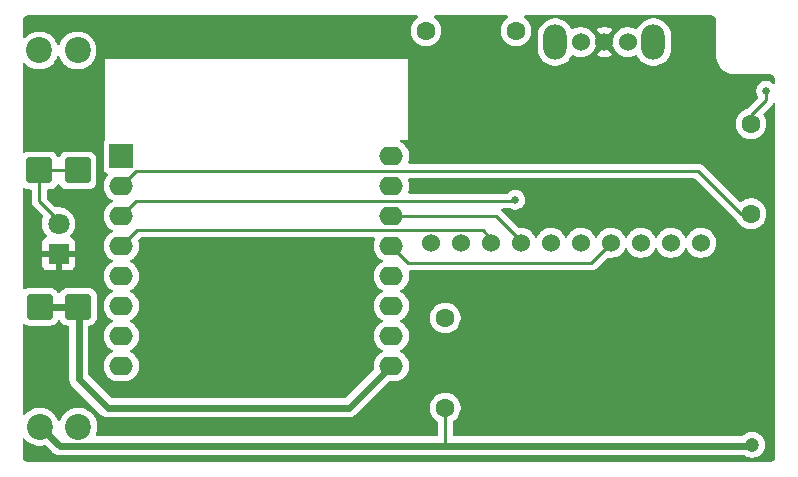
<source format=gbr>
%TF.GenerationSoftware,KiCad,Pcbnew,9.0.2*%
%TF.CreationDate,2025-06-21T17:34:21-04:00*%
%TF.ProjectId,CVISS_IMU_Tracker_Board,43564953-535f-4494-9d55-5f547261636b,rev?*%
%TF.SameCoordinates,Original*%
%TF.FileFunction,Copper,L2,Bot*%
%TF.FilePolarity,Positive*%
%FSLAX46Y46*%
G04 Gerber Fmt 4.6, Leading zero omitted, Abs format (unit mm)*
G04 Created by KiCad (PCBNEW 9.0.2) date 2025-06-21 17:34:21*
%MOMM*%
%LPD*%
G01*
G04 APERTURE LIST*
G04 Aperture macros list*
%AMRoundRect*
0 Rectangle with rounded corners*
0 $1 Rounding radius*
0 $2 $3 $4 $5 $6 $7 $8 $9 X,Y pos of 4 corners*
0 Add a 4 corners polygon primitive as box body*
4,1,4,$2,$3,$4,$5,$6,$7,$8,$9,$2,$3,0*
0 Add four circle primitives for the rounded corners*
1,1,$1+$1,$2,$3*
1,1,$1+$1,$4,$5*
1,1,$1+$1,$6,$7*
1,1,$1+$1,$8,$9*
0 Add four rect primitives between the rounded corners*
20,1,$1+$1,$2,$3,$4,$5,0*
20,1,$1+$1,$4,$5,$6,$7,0*
20,1,$1+$1,$6,$7,$8,$9,0*
20,1,$1+$1,$8,$9,$2,$3,0*%
G04 Aperture macros list end*
%TA.AperFunction,ComponentPad*%
%ADD10RoundRect,0.249999X-0.850001X0.850001X-0.850001X-0.850001X0.850001X-0.850001X0.850001X0.850001X0*%
%TD*%
%TA.AperFunction,ComponentPad*%
%ADD11C,2.200000*%
%TD*%
%TA.AperFunction,ComponentPad*%
%ADD12C,1.600000*%
%TD*%
%TA.AperFunction,ComponentPad*%
%ADD13R,2.000000X2.000000*%
%TD*%
%TA.AperFunction,ComponentPad*%
%ADD14O,2.000000X1.600000*%
%TD*%
%TA.AperFunction,ComponentPad*%
%ADD15C,1.530000*%
%TD*%
%TA.AperFunction,ComponentPad*%
%ADD16R,1.800000X1.800000*%
%TD*%
%TA.AperFunction,ComponentPad*%
%ADD17C,1.800000*%
%TD*%
%TA.AperFunction,ComponentPad*%
%ADD18RoundRect,0.249999X0.850001X-0.850001X0.850001X0.850001X-0.850001X0.850001X-0.850001X-0.850001X0*%
%TD*%
%TA.AperFunction,ComponentPad*%
%ADD19O,2.000000X3.000000*%
%TD*%
%TA.AperFunction,ViaPad*%
%ADD20C,1.200000*%
%TD*%
%TA.AperFunction,ViaPad*%
%ADD21C,0.650000*%
%TD*%
%TA.AperFunction,Conductor*%
%ADD22C,0.250000*%
%TD*%
%TA.AperFunction,Conductor*%
%ADD23C,0.600000*%
%TD*%
G04 APERTURE END LIST*
D10*
%TO.P,D3,1,K*%
%TO.N,+5V*%
X128250000Y-109320000D03*
D11*
%TO.P,D3,2,A*%
%TO.N,/OUT+*%
X128250000Y-119480000D03*
%TD*%
D12*
%TO.P,R2,1*%
%TO.N,Net-(U1-D0)*%
X165310000Y-85950000D03*
%TO.P,R2,2*%
%TO.N,Net-(D1-A)*%
X157690000Y-85950000D03*
%TD*%
D13*
%TO.P,U1,1,~{RST}*%
%TO.N,unconnected-(U1-~{RST}-Pad1)*%
X131905000Y-96570000D03*
D14*
%TO.P,U1,2,A0*%
%TO.N,Net-(U1-A0)*%
X131905000Y-99110000D03*
%TO.P,U1,3,D0*%
%TO.N,Net-(U1-D0)*%
X131905000Y-101650000D03*
%TO.P,U1,4,SCK/D5*%
%TO.N,/SCL*%
X131905000Y-104190000D03*
%TO.P,U1,5,MISO/D6*%
%TO.N,unconnected-(U1-MISO{slash}D6-Pad5)*%
X131905000Y-106730000D03*
%TO.P,U1,6,MOSI/D7*%
%TO.N,unconnected-(U1-MOSI{slash}D7-Pad6)*%
X131905000Y-109270000D03*
%TO.P,U1,7,CS/D8*%
%TO.N,unconnected-(U1-CS{slash}D8-Pad7)*%
X131905000Y-111810000D03*
%TO.P,U1,8,3V3*%
%TO.N,+3.3V*%
X131905000Y-114350000D03*
%TO.P,U1,9,5V*%
%TO.N,+5V*%
X154765000Y-114350000D03*
%TO.P,U1,10,GND*%
%TO.N,/SW_GND*%
X154765000Y-111810000D03*
%TO.P,U1,11,D4*%
%TO.N,unconnected-(U1-D4-Pad11)*%
X154765000Y-109270000D03*
%TO.P,U1,12,D3*%
%TO.N,unconnected-(U1-D3-Pad12)*%
X154765000Y-106730000D03*
%TO.P,U1,13,SDA/D2*%
%TO.N,/INT*%
X154765000Y-104190000D03*
%TO.P,U1,14,SCL/D1*%
%TO.N,/SDA*%
X154765000Y-101650000D03*
%TO.P,U1,15,RX*%
%TO.N,unconnected-(U1-RX-Pad15)*%
X154765000Y-99110000D03*
%TO.P,U1,16,TX*%
%TO.N,unconnected-(U1-TX-Pad16)*%
X154765000Y-96570000D03*
%TD*%
D15*
%TO.P,U2,1,VCC*%
%TO.N,+3.3V*%
X158120000Y-103920000D03*
%TO.P,U2,2,GND*%
%TO.N,/SW_GND*%
X160660000Y-103920000D03*
%TO.P,U2,3,SCL*%
%TO.N,/SCL*%
X163200000Y-103920000D03*
%TO.P,U2,4,SDA*%
%TO.N,/SDA*%
X165740000Y-103920000D03*
%TO.P,U2,5,ADO*%
%TO.N,/SW_GND*%
X168280000Y-103920000D03*
%TO.P,U2,6,CS*%
%TO.N,unconnected-(U2-CS-Pad6)*%
X170820000Y-103920000D03*
%TO.P,U2,7,INT*%
%TO.N,/INT*%
X173360000Y-103920000D03*
%TO.P,U2,8,RST*%
%TO.N,unconnected-(U2-RST-Pad8)*%
X175900000Y-103920000D03*
%TO.P,U2,9,PS1*%
%TO.N,unconnected-(U2-PS1-Pad9)*%
X178440000Y-103920000D03*
%TO.P,U2,10,PS0*%
%TO.N,unconnected-(U2-PS0-Pad10)*%
X180980000Y-103920000D03*
%TD*%
D16*
%TO.P,D5,1,K*%
%TO.N,GND*%
X126590000Y-104835000D03*
D17*
%TO.P,D5,2,A*%
%TO.N,/GP_LED*%
X126590000Y-102295000D03*
%TD*%
D18*
%TO.P,D1,1,K*%
%TO.N,/GP_LED*%
X124950000Y-97790000D03*
D11*
%TO.P,D1,2,A*%
%TO.N,Net-(D1-A)*%
X124950000Y-87630000D03*
%TD*%
D10*
%TO.P,D2,1,K*%
%TO.N,+5V*%
X125000000Y-109320000D03*
D11*
%TO.P,D2,2,A*%
%TO.N,/IN+*%
X125000000Y-119480000D03*
%TD*%
D12*
%TO.P,R1,1*%
%TO.N,Net-(U1-A0)*%
X185220000Y-101450000D03*
%TO.P,R1,2*%
%TO.N,/B+*%
X185220000Y-93830000D03*
%TD*%
%TO.P,R3,1*%
%TO.N,/IN+*%
X159330000Y-117890000D03*
%TO.P,R3,2*%
%TO.N,/PWR_LED*%
X159330000Y-110270000D03*
%TD*%
D18*
%TO.P,D4,1,K*%
%TO.N,/GP_LED*%
X128200000Y-97790000D03*
D11*
%TO.P,D4,2,A*%
%TO.N,/PWR_LED*%
X128200000Y-87630000D03*
%TD*%
D15*
%TO.P,SW1,1,A*%
%TO.N,GND*%
X172800000Y-86920000D03*
%TO.P,SW1,2,B*%
%TO.N,/SW_GND*%
X170800000Y-86920000D03*
D19*
%TO.P,SW1,3*%
%TO.N,N/C*%
X168650000Y-86920000D03*
D15*
%TO.P,SW1,4*%
X174800000Y-86920000D03*
D19*
%TO.P,SW1,5*%
X176950000Y-86920000D03*
%TD*%
D20*
%TO.N,GND*%
X183990000Y-91040000D03*
X162600000Y-110510000D03*
X162600000Y-107310000D03*
X185300000Y-107310000D03*
%TO.N,/IN+*%
X185300000Y-121010000D03*
D21*
%TO.N,/B+*%
X186490000Y-91040000D03*
%TO.N,Net-(U1-D0)*%
X165260000Y-100270000D03*
%TD*%
D22*
%TO.N,/INT*%
X156205000Y-105630000D02*
X154765000Y-104190000D01*
X172980000Y-104330000D02*
X171680000Y-105630000D01*
X171680000Y-105630000D02*
X156205000Y-105630000D01*
%TO.N,/SCL*%
X162490000Y-102830000D02*
X133265000Y-102830000D01*
X133265000Y-102830000D02*
X131905000Y-104190000D01*
X163405000Y-103745000D02*
X162490000Y-102830000D01*
%TO.N,Net-(U1-A0)*%
X180720000Y-97830000D02*
X184340000Y-101450000D01*
X184340000Y-101450000D02*
X185220000Y-101450000D01*
X131905000Y-99110000D02*
X133185000Y-97830000D01*
X133185000Y-97830000D02*
X180720000Y-97830000D01*
%TO.N,/SDA*%
X165845000Y-103845000D02*
X163650000Y-101650000D01*
X163650000Y-101650000D02*
X154765000Y-101650000D01*
%TO.N,/IN+*%
X159330000Y-118230000D02*
X159330000Y-121020000D01*
X159330000Y-121020000D02*
X159250000Y-121100000D01*
D23*
X185210000Y-121100000D02*
X159250000Y-121100000D01*
X185300000Y-121010000D02*
X185210000Y-121100000D01*
D22*
X159220000Y-118120000D02*
X159330000Y-118230000D01*
D23*
%TO.N,+5V*%
X128300000Y-109320000D02*
X125050000Y-109320000D01*
X151170000Y-117880000D02*
X130760000Y-117880000D01*
X128300000Y-115420000D02*
X128300000Y-109280000D01*
X154700000Y-114350000D02*
X151170000Y-117880000D01*
D22*
X154765000Y-114350000D02*
X154700000Y-114350000D01*
D23*
X130760000Y-117880000D02*
X128300000Y-115420000D01*
D22*
%TO.N,/GP_LED*%
X128250000Y-97790000D02*
X125000000Y-97790000D01*
X124960000Y-100400000D02*
X126600000Y-102040000D01*
X124960000Y-97670000D02*
X124960000Y-100400000D01*
%TO.N,/B+*%
X186490000Y-91040000D02*
X186490000Y-91840000D01*
X185220000Y-93110000D02*
X185220000Y-93830000D01*
X186490000Y-91840000D02*
X185220000Y-93110000D01*
%TO.N,Net-(U1-D0)*%
X133175000Y-100380000D02*
X131905000Y-101650000D01*
X165150000Y-100380000D02*
X133175000Y-100380000D01*
X165260000Y-100270000D02*
X165150000Y-100380000D01*
D23*
%TO.N,/IN+*%
X126670000Y-121100000D02*
X125050000Y-119480000D01*
X159250000Y-121100000D02*
X126670000Y-121100000D01*
%TD*%
%TA.AperFunction,Conductor*%
%TO.N,GND*%
G36*
X156979000Y-84650185D02*
G01*
X157024755Y-84702989D01*
X157034699Y-84772147D01*
X157005674Y-84835703D01*
X156984848Y-84854816D01*
X156932627Y-84892757D01*
X156842780Y-84958034D01*
X156698028Y-85102786D01*
X156577715Y-85268386D01*
X156484781Y-85450776D01*
X156421522Y-85645465D01*
X156389500Y-85847648D01*
X156389500Y-86052351D01*
X156421522Y-86254534D01*
X156484781Y-86449223D01*
X156543452Y-86564370D01*
X156557974Y-86592871D01*
X156577715Y-86631613D01*
X156698028Y-86797213D01*
X156842786Y-86941971D01*
X156997749Y-87054556D01*
X157008390Y-87062287D01*
X157124607Y-87121503D01*
X157190776Y-87155218D01*
X157190778Y-87155218D01*
X157190781Y-87155220D01*
X157248054Y-87173829D01*
X157385465Y-87218477D01*
X157439321Y-87227007D01*
X157587648Y-87250500D01*
X157587649Y-87250500D01*
X157792351Y-87250500D01*
X157792352Y-87250500D01*
X157994534Y-87218477D01*
X158189219Y-87155220D01*
X158371610Y-87062287D01*
X158464590Y-86994732D01*
X158537213Y-86941971D01*
X158537215Y-86941968D01*
X158537219Y-86941966D01*
X158681966Y-86797219D01*
X158681968Y-86797215D01*
X158681971Y-86797213D01*
X158734732Y-86724590D01*
X158802287Y-86631610D01*
X158895220Y-86449219D01*
X158958477Y-86254534D01*
X158990500Y-86052352D01*
X158990500Y-85847648D01*
X158984249Y-85808183D01*
X158958477Y-85645465D01*
X158895218Y-85450776D01*
X158861503Y-85384607D01*
X158802287Y-85268390D01*
X158794556Y-85257749D01*
X158681971Y-85102786D01*
X158537219Y-84958034D01*
X158484181Y-84919500D01*
X158395153Y-84854818D01*
X158352488Y-84799489D01*
X158346509Y-84729875D01*
X158379114Y-84668080D01*
X158439953Y-84633723D01*
X158468039Y-84630500D01*
X164531961Y-84630500D01*
X164599000Y-84650185D01*
X164644755Y-84702989D01*
X164654699Y-84772147D01*
X164625674Y-84835703D01*
X164604848Y-84854816D01*
X164552627Y-84892757D01*
X164462780Y-84958034D01*
X164318028Y-85102786D01*
X164197715Y-85268386D01*
X164104781Y-85450776D01*
X164041522Y-85645465D01*
X164009500Y-85847648D01*
X164009500Y-86052351D01*
X164041522Y-86254534D01*
X164104781Y-86449223D01*
X164163452Y-86564370D01*
X164177974Y-86592871D01*
X164197715Y-86631613D01*
X164318028Y-86797213D01*
X164462786Y-86941971D01*
X164617749Y-87054556D01*
X164628390Y-87062287D01*
X164744607Y-87121503D01*
X164810776Y-87155218D01*
X164810778Y-87155218D01*
X164810781Y-87155220D01*
X164868054Y-87173829D01*
X165005465Y-87218477D01*
X165059321Y-87227007D01*
X165207648Y-87250500D01*
X165207649Y-87250500D01*
X165412351Y-87250500D01*
X165412352Y-87250500D01*
X165614534Y-87218477D01*
X165809219Y-87155220D01*
X165991610Y-87062287D01*
X166084590Y-86994732D01*
X166157213Y-86941971D01*
X166157215Y-86941968D01*
X166157219Y-86941966D01*
X166301966Y-86797219D01*
X166301968Y-86797215D01*
X166301971Y-86797213D01*
X166354732Y-86724590D01*
X166422287Y-86631610D01*
X166515220Y-86449219D01*
X166563087Y-86301902D01*
X167149500Y-86301902D01*
X167149500Y-87538097D01*
X167186446Y-87771368D01*
X167259433Y-87995996D01*
X167340113Y-88154338D01*
X167366657Y-88206433D01*
X167505483Y-88397510D01*
X167672490Y-88564517D01*
X167863567Y-88703343D01*
X167888942Y-88716272D01*
X168074003Y-88810566D01*
X168074005Y-88810566D01*
X168074008Y-88810568D01*
X168194412Y-88849689D01*
X168298631Y-88883553D01*
X168531903Y-88920500D01*
X168531908Y-88920500D01*
X168768097Y-88920500D01*
X169001368Y-88883553D01*
X169225992Y-88810568D01*
X169436433Y-88703343D01*
X169627510Y-88564517D01*
X169794517Y-88397510D01*
X169933343Y-88206433D01*
X170001521Y-88072625D01*
X170049494Y-88021831D01*
X170117315Y-88005035D01*
X170168297Y-88018435D01*
X170274653Y-88072626D01*
X170314219Y-88092786D01*
X170503657Y-88154338D01*
X170503658Y-88154338D01*
X170503661Y-88154339D01*
X170700403Y-88185500D01*
X170700404Y-88185500D01*
X170899596Y-88185500D01*
X170899597Y-88185500D01*
X171096339Y-88154339D01*
X171096342Y-88154338D01*
X171096343Y-88154338D01*
X171285780Y-88092786D01*
X171285780Y-88092785D01*
X171285783Y-88092785D01*
X171463266Y-88002353D01*
X171624418Y-87885269D01*
X171765269Y-87744418D01*
X171882353Y-87583266D01*
X171972785Y-87405783D01*
X171972785Y-87405780D01*
X171974997Y-87401441D01*
X171975912Y-87401907D01*
X171998798Y-87367645D01*
X172317036Y-87049406D01*
X172334075Y-87112993D01*
X172399901Y-87227007D01*
X172492993Y-87320099D01*
X172607007Y-87385925D01*
X172670590Y-87402962D01*
X172099134Y-87974417D01*
X172136994Y-88001924D01*
X172314405Y-88092320D01*
X172503777Y-88153852D01*
X172700437Y-88185000D01*
X172899563Y-88185000D01*
X173096222Y-88153852D01*
X173285594Y-88092320D01*
X173463005Y-88001924D01*
X173500863Y-87974418D01*
X173500863Y-87974417D01*
X172929409Y-87402962D01*
X172992993Y-87385925D01*
X173107007Y-87320099D01*
X173200099Y-87227007D01*
X173265925Y-87112993D01*
X173282962Y-87049408D01*
X173601202Y-87367648D01*
X173624096Y-87401905D01*
X173625004Y-87401443D01*
X173717645Y-87583264D01*
X173752822Y-87631681D01*
X173834731Y-87744418D01*
X173975582Y-87885269D01*
X174136734Y-88002353D01*
X174199057Y-88034108D01*
X174314219Y-88092786D01*
X174503657Y-88154338D01*
X174503658Y-88154338D01*
X174503661Y-88154339D01*
X174700403Y-88185500D01*
X174700404Y-88185500D01*
X174899596Y-88185500D01*
X174899597Y-88185500D01*
X175096339Y-88154339D01*
X175096342Y-88154338D01*
X175096343Y-88154338D01*
X175263577Y-88100000D01*
X175285783Y-88092785D01*
X175431700Y-88018436D01*
X175500368Y-88005540D01*
X175565108Y-88031816D01*
X175598478Y-88072625D01*
X175666657Y-88206433D01*
X175805483Y-88397510D01*
X175972490Y-88564517D01*
X176163567Y-88703343D01*
X176188942Y-88716272D01*
X176374003Y-88810566D01*
X176374005Y-88810566D01*
X176374008Y-88810568D01*
X176494412Y-88849689D01*
X176598631Y-88883553D01*
X176831903Y-88920500D01*
X176831908Y-88920500D01*
X177068097Y-88920500D01*
X177301368Y-88883553D01*
X177525992Y-88810568D01*
X177736433Y-88703343D01*
X177927510Y-88564517D01*
X178094517Y-88397510D01*
X178233343Y-88206433D01*
X178337327Y-88002352D01*
X178340566Y-87995996D01*
X178340566Y-87995995D01*
X178340568Y-87995992D01*
X178413553Y-87771368D01*
X178417821Y-87744419D01*
X178450500Y-87538097D01*
X178450500Y-86301902D01*
X178413553Y-86068631D01*
X178357262Y-85895386D01*
X178340568Y-85844008D01*
X178340566Y-85844005D01*
X178340566Y-85844003D01*
X178259886Y-85685661D01*
X178233343Y-85633567D01*
X178094517Y-85442490D01*
X177927510Y-85275483D01*
X177736433Y-85136657D01*
X177525996Y-85029433D01*
X177301368Y-84956446D01*
X177068097Y-84919500D01*
X177068092Y-84919500D01*
X176831908Y-84919500D01*
X176831903Y-84919500D01*
X176598631Y-84956446D01*
X176374003Y-85029433D01*
X176163566Y-85136657D01*
X176131438Y-85160000D01*
X175972490Y-85275483D01*
X175972488Y-85275485D01*
X175972487Y-85275485D01*
X175805485Y-85442487D01*
X175805485Y-85442488D01*
X175805483Y-85442490D01*
X175745862Y-85524550D01*
X175666657Y-85633566D01*
X175598479Y-85767373D01*
X175550504Y-85818169D01*
X175482683Y-85834964D01*
X175431699Y-85821563D01*
X175405439Y-85808183D01*
X175392837Y-85801761D01*
X175285780Y-85747213D01*
X175096342Y-85685661D01*
X174948782Y-85662290D01*
X174899597Y-85654500D01*
X174700403Y-85654500D01*
X174634822Y-85664887D01*
X174503659Y-85685661D01*
X174503656Y-85685661D01*
X174314219Y-85747213D01*
X174136733Y-85837647D01*
X174098286Y-85865581D01*
X173975582Y-85954731D01*
X173975580Y-85954733D01*
X173975579Y-85954733D01*
X173834733Y-86095579D01*
X173834733Y-86095580D01*
X173834731Y-86095582D01*
X173797549Y-86146759D01*
X173717647Y-86256733D01*
X173625004Y-86438557D01*
X173624098Y-86438095D01*
X173601202Y-86472350D01*
X173282962Y-86790590D01*
X173265925Y-86727007D01*
X173200099Y-86612993D01*
X173107007Y-86519901D01*
X172992993Y-86454075D01*
X172929409Y-86437037D01*
X173500864Y-85865581D01*
X173500863Y-85865580D01*
X173463008Y-85838077D01*
X173285594Y-85747679D01*
X173096222Y-85686147D01*
X172899563Y-85655000D01*
X172700437Y-85655000D01*
X172503777Y-85686147D01*
X172314405Y-85747679D01*
X172136990Y-85838077D01*
X172099135Y-85865580D01*
X172099135Y-85865581D01*
X172670591Y-86437037D01*
X172607007Y-86454075D01*
X172492993Y-86519901D01*
X172399901Y-86612993D01*
X172334075Y-86727007D01*
X172317037Y-86790591D01*
X171998797Y-86472351D01*
X171975911Y-86438092D01*
X171974997Y-86438559D01*
X171965541Y-86420000D01*
X171882353Y-86256734D01*
X171765269Y-86095582D01*
X171624418Y-85954731D01*
X171463266Y-85837647D01*
X171457009Y-85834459D01*
X171285780Y-85747213D01*
X171096342Y-85685661D01*
X170948782Y-85662290D01*
X170899597Y-85654500D01*
X170700403Y-85654500D01*
X170634822Y-85664887D01*
X170503659Y-85685661D01*
X170503656Y-85685661D01*
X170314219Y-85747213D01*
X170168300Y-85821563D01*
X170099630Y-85834459D01*
X170034890Y-85808183D01*
X170001521Y-85767374D01*
X169933343Y-85633567D01*
X169794517Y-85442490D01*
X169627510Y-85275483D01*
X169436433Y-85136657D01*
X169225996Y-85029433D01*
X169001368Y-84956446D01*
X168768097Y-84919500D01*
X168768092Y-84919500D01*
X168531908Y-84919500D01*
X168531903Y-84919500D01*
X168298631Y-84956446D01*
X168074003Y-85029433D01*
X167863566Y-85136657D01*
X167831438Y-85160000D01*
X167672490Y-85275483D01*
X167672488Y-85275485D01*
X167672487Y-85275485D01*
X167505485Y-85442487D01*
X167505485Y-85442488D01*
X167505483Y-85442490D01*
X167445862Y-85524550D01*
X167366657Y-85633566D01*
X167259433Y-85844003D01*
X167186446Y-86068631D01*
X167149500Y-86301902D01*
X166563087Y-86301902D01*
X166577763Y-86256734D01*
X166578475Y-86254541D01*
X166578475Y-86254539D01*
X166578477Y-86254534D01*
X166610500Y-86052352D01*
X166610500Y-85847648D01*
X166604249Y-85808183D01*
X166578477Y-85645465D01*
X166515218Y-85450776D01*
X166481503Y-85384607D01*
X166422287Y-85268390D01*
X166414556Y-85257749D01*
X166301971Y-85102786D01*
X166157219Y-84958034D01*
X166104181Y-84919500D01*
X166015153Y-84854818D01*
X165972488Y-84799489D01*
X165966509Y-84729875D01*
X165999114Y-84668080D01*
X166059953Y-84633723D01*
X166088039Y-84630500D01*
X181694108Y-84630500D01*
X181753039Y-84630500D01*
X181766922Y-84631279D01*
X181863940Y-84642211D01*
X181891009Y-84648390D01*
X181976555Y-84678324D01*
X182001571Y-84690371D01*
X182078309Y-84738588D01*
X182100019Y-84755901D01*
X182164098Y-84819980D01*
X182181411Y-84841690D01*
X182229628Y-84918428D01*
X182241675Y-84943444D01*
X182271609Y-85028990D01*
X182277788Y-85056060D01*
X182288720Y-85153076D01*
X182289500Y-85166961D01*
X182289500Y-88209462D01*
X182320655Y-88426157D01*
X182320658Y-88426167D01*
X182346443Y-88513980D01*
X182382336Y-88636221D01*
X182418894Y-88716272D01*
X182473280Y-88835363D01*
X182473283Y-88835368D01*
X182591641Y-89019536D01*
X182735008Y-89184991D01*
X182900463Y-89328358D01*
X183084636Y-89446719D01*
X183283779Y-89537664D01*
X183493838Y-89599343D01*
X183493839Y-89599343D01*
X183493842Y-89599344D01*
X183558457Y-89608633D01*
X183710537Y-89630500D01*
X183754108Y-89630500D01*
X186694108Y-89630500D01*
X186753039Y-89630500D01*
X186766922Y-89631279D01*
X186863940Y-89642211D01*
X186891009Y-89648390D01*
X186976555Y-89678324D01*
X187001571Y-89690371D01*
X187078309Y-89738588D01*
X187100019Y-89755901D01*
X187164098Y-89819980D01*
X187181411Y-89841690D01*
X187229628Y-89918428D01*
X187241675Y-89943444D01*
X187271609Y-90028990D01*
X187277788Y-90056060D01*
X187288720Y-90153076D01*
X187289500Y-90166961D01*
X187289500Y-90372704D01*
X187269815Y-90439743D01*
X187217011Y-90485498D01*
X187147853Y-90495442D01*
X187084297Y-90466417D01*
X187077819Y-90460385D01*
X187016228Y-90398794D01*
X187016220Y-90398788D01*
X186881023Y-90308452D01*
X186881019Y-90308450D01*
X186730793Y-90246225D01*
X186730783Y-90246222D01*
X186571307Y-90214500D01*
X186571305Y-90214500D01*
X186408695Y-90214500D01*
X186408693Y-90214500D01*
X186249216Y-90246222D01*
X186249206Y-90246225D01*
X186098980Y-90308450D01*
X186098976Y-90308452D01*
X185963779Y-90398788D01*
X185963771Y-90398794D01*
X185848794Y-90513771D01*
X185848788Y-90513779D01*
X185758452Y-90648976D01*
X185758450Y-90648980D01*
X185696225Y-90799206D01*
X185696222Y-90799216D01*
X185664500Y-90958692D01*
X185664500Y-90958695D01*
X185664500Y-91121305D01*
X185664500Y-91121307D01*
X185664499Y-91121307D01*
X185696222Y-91280783D01*
X185696225Y-91280793D01*
X185758450Y-91431018D01*
X185804428Y-91499829D01*
X185825306Y-91566507D01*
X185806821Y-91633887D01*
X185789007Y-91656401D01*
X184889737Y-92555671D01*
X184840375Y-92585921D01*
X184720776Y-92624781D01*
X184538386Y-92717715D01*
X184372786Y-92838028D01*
X184228028Y-92982786D01*
X184107715Y-93148386D01*
X184014781Y-93330776D01*
X183951522Y-93525465D01*
X183919500Y-93727648D01*
X183919500Y-93932351D01*
X183951522Y-94134534D01*
X184014781Y-94329223D01*
X184107715Y-94511613D01*
X184228028Y-94677213D01*
X184372786Y-94821971D01*
X184527749Y-94934556D01*
X184538390Y-94942287D01*
X184654607Y-95001503D01*
X184720776Y-95035218D01*
X184720778Y-95035218D01*
X184720781Y-95035220D01*
X184825137Y-95069127D01*
X184915465Y-95098477D01*
X185016557Y-95114488D01*
X185117648Y-95130500D01*
X185117649Y-95130500D01*
X185322351Y-95130500D01*
X185322352Y-95130500D01*
X185524534Y-95098477D01*
X185719219Y-95035220D01*
X185901610Y-94942287D01*
X185994590Y-94874732D01*
X186067213Y-94821971D01*
X186067215Y-94821968D01*
X186067219Y-94821966D01*
X186211966Y-94677219D01*
X186211968Y-94677215D01*
X186211971Y-94677213D01*
X186264732Y-94604590D01*
X186332287Y-94511610D01*
X186425220Y-94329219D01*
X186488477Y-94134534D01*
X186520500Y-93932352D01*
X186520500Y-93727648D01*
X186488477Y-93525466D01*
X186425220Y-93330781D01*
X186425218Y-93330778D01*
X186425218Y-93330776D01*
X186377077Y-93236296D01*
X186332287Y-93148390D01*
X186282564Y-93079951D01*
X186259085Y-93014145D01*
X186274911Y-92946091D01*
X186295198Y-92919390D01*
X186888729Y-92325860D01*
X186888733Y-92325858D01*
X186975858Y-92238733D01*
X187044311Y-92136286D01*
X187050939Y-92120285D01*
X187094780Y-92065882D01*
X187161074Y-92043817D01*
X187228773Y-92061096D01*
X187276384Y-92112233D01*
X187289500Y-92167738D01*
X187289500Y-121943038D01*
X187288720Y-121956921D01*
X187288720Y-121956923D01*
X187277788Y-122053939D01*
X187271609Y-122081009D01*
X187241675Y-122166555D01*
X187229628Y-122191571D01*
X187181411Y-122268309D01*
X187164098Y-122290019D01*
X187100019Y-122354098D01*
X187078309Y-122371411D01*
X187001571Y-122419628D01*
X186976555Y-122431675D01*
X186891009Y-122461609D01*
X186863939Y-122467788D01*
X186787566Y-122476393D01*
X186766921Y-122478720D01*
X186753039Y-122479500D01*
X124076961Y-122479500D01*
X124063078Y-122478720D01*
X124038941Y-122476000D01*
X123966060Y-122467788D01*
X123938990Y-122461609D01*
X123853444Y-122431675D01*
X123828428Y-122419628D01*
X123751690Y-122371411D01*
X123729980Y-122354098D01*
X123665901Y-122290019D01*
X123648588Y-122268309D01*
X123600371Y-122191571D01*
X123588324Y-122166555D01*
X123558390Y-122081009D01*
X123552211Y-122053937D01*
X123549499Y-122029871D01*
X123541280Y-121956921D01*
X123540500Y-121943038D01*
X123540500Y-120575737D01*
X123560185Y-120508698D01*
X123612989Y-120462943D01*
X123682147Y-120452999D01*
X123745703Y-120482024D01*
X123764819Y-120502853D01*
X123779203Y-120522652D01*
X123957345Y-120700794D01*
X123957350Y-120700798D01*
X124028236Y-120752299D01*
X124161155Y-120848870D01*
X124304184Y-120921747D01*
X124385616Y-120963239D01*
X124385618Y-120963239D01*
X124385621Y-120963241D01*
X124625215Y-121041090D01*
X124874038Y-121080500D01*
X124874039Y-121080500D01*
X125125961Y-121080500D01*
X125125962Y-121080500D01*
X125374785Y-121041090D01*
X125381174Y-121039013D01*
X125451013Y-121037012D01*
X125507182Y-121069260D01*
X126048211Y-121610289D01*
X126159711Y-121721789D01*
X126159712Y-121721790D01*
X126290814Y-121809390D01*
X126290827Y-121809397D01*
X126436498Y-121869735D01*
X126436503Y-121869737D01*
X126591153Y-121900499D01*
X126591156Y-121900500D01*
X126591158Y-121900500D01*
X159171158Y-121900500D01*
X184613095Y-121900500D01*
X184680134Y-121920185D01*
X184685980Y-121924182D01*
X184711934Y-121943038D01*
X184723212Y-121951232D01*
X184877555Y-122029873D01*
X185042299Y-122083402D01*
X185213389Y-122110500D01*
X185213390Y-122110500D01*
X185386610Y-122110500D01*
X185386611Y-122110500D01*
X185557701Y-122083402D01*
X185722445Y-122029873D01*
X185876788Y-121951232D01*
X186016928Y-121849414D01*
X186139414Y-121726928D01*
X186241232Y-121586788D01*
X186319873Y-121432445D01*
X186373402Y-121267701D01*
X186400500Y-121096611D01*
X186400500Y-120923389D01*
X186373402Y-120752299D01*
X186319873Y-120587555D01*
X186241232Y-120433212D01*
X186139414Y-120293072D01*
X186016928Y-120170586D01*
X185876788Y-120068768D01*
X185722445Y-119990127D01*
X185557701Y-119936598D01*
X185557699Y-119936597D01*
X185557698Y-119936597D01*
X185426271Y-119915781D01*
X185386611Y-119909500D01*
X185213389Y-119909500D01*
X185173728Y-119915781D01*
X185042302Y-119936597D01*
X184877552Y-119990128D01*
X184723211Y-120068768D01*
X184583073Y-120170585D01*
X184490476Y-120263182D01*
X184429152Y-120296666D01*
X184402795Y-120299500D01*
X160079500Y-120299500D01*
X160012461Y-120279815D01*
X159966706Y-120227011D01*
X159955500Y-120175500D01*
X159955500Y-119106114D01*
X159975185Y-119039075D01*
X160008575Y-119006398D01*
X160007668Y-119005150D01*
X160011605Y-119002289D01*
X160011610Y-119002287D01*
X160177219Y-118881966D01*
X160321966Y-118737219D01*
X160321968Y-118737215D01*
X160321971Y-118737213D01*
X160385525Y-118649737D01*
X160442287Y-118571610D01*
X160535220Y-118389219D01*
X160598477Y-118194534D01*
X160630500Y-117992352D01*
X160630500Y-117787648D01*
X160598477Y-117585466D01*
X160535220Y-117390781D01*
X160535218Y-117390778D01*
X160535218Y-117390776D01*
X160501503Y-117324607D01*
X160442287Y-117208390D01*
X160434556Y-117197749D01*
X160321971Y-117042786D01*
X160177213Y-116898028D01*
X160011613Y-116777715D01*
X160011612Y-116777714D01*
X160011610Y-116777713D01*
X159954653Y-116748691D01*
X159829223Y-116684781D01*
X159634534Y-116621522D01*
X159459995Y-116593878D01*
X159432352Y-116589500D01*
X159227648Y-116589500D01*
X159203329Y-116593351D01*
X159025465Y-116621522D01*
X158830776Y-116684781D01*
X158648386Y-116777715D01*
X158482786Y-116898028D01*
X158338028Y-117042786D01*
X158217715Y-117208386D01*
X158124781Y-117390776D01*
X158061522Y-117585465D01*
X158029500Y-117787648D01*
X158029500Y-117992351D01*
X158061522Y-118194534D01*
X158124781Y-118389223D01*
X158217715Y-118571613D01*
X158338028Y-118737213D01*
X158338034Y-118737219D01*
X158482781Y-118881966D01*
X158648390Y-119002287D01*
X158648394Y-119002289D01*
X158652332Y-119005150D01*
X158651111Y-119006829D01*
X158692155Y-119052177D01*
X158704500Y-119106114D01*
X158704500Y-120175500D01*
X158684815Y-120242539D01*
X158632011Y-120288294D01*
X158580500Y-120299500D01*
X129831077Y-120299500D01*
X129764038Y-120279815D01*
X129718283Y-120227011D01*
X129708339Y-120157853D01*
X129720592Y-120119206D01*
X129733238Y-120094386D01*
X129733238Y-120094382D01*
X129733241Y-120094379D01*
X129811090Y-119854785D01*
X129850500Y-119605962D01*
X129850500Y-119354038D01*
X129811090Y-119105215D01*
X129733241Y-118865621D01*
X129733239Y-118865618D01*
X129733239Y-118865616D01*
X129638917Y-118680500D01*
X129618870Y-118641155D01*
X129568343Y-118571610D01*
X129470798Y-118437350D01*
X129470794Y-118437345D01*
X129292654Y-118259205D01*
X129292649Y-118259201D01*
X129088848Y-118111132D01*
X129088847Y-118111131D01*
X129088845Y-118111130D01*
X129018747Y-118075413D01*
X128864383Y-117996760D01*
X128624785Y-117918910D01*
X128375962Y-117879500D01*
X128124038Y-117879500D01*
X127999626Y-117899205D01*
X127875214Y-117918910D01*
X127635616Y-117996760D01*
X127411151Y-118111132D01*
X127207350Y-118259201D01*
X127207345Y-118259205D01*
X127029205Y-118437345D01*
X127029201Y-118437350D01*
X126881132Y-118641151D01*
X126766760Y-118865616D01*
X126742931Y-118938956D01*
X126703493Y-118996631D01*
X126639134Y-119023829D01*
X126570288Y-119011914D01*
X126518812Y-118964669D01*
X126507069Y-118938956D01*
X126488552Y-118881966D01*
X126483241Y-118865621D01*
X126483239Y-118865618D01*
X126483239Y-118865616D01*
X126388917Y-118680500D01*
X126368870Y-118641155D01*
X126318343Y-118571610D01*
X126220798Y-118437350D01*
X126220794Y-118437345D01*
X126042654Y-118259205D01*
X126042649Y-118259201D01*
X125838848Y-118111132D01*
X125838847Y-118111131D01*
X125838845Y-118111130D01*
X125768747Y-118075413D01*
X125614383Y-117996760D01*
X125374785Y-117918910D01*
X125125962Y-117879500D01*
X124874038Y-117879500D01*
X124749626Y-117899205D01*
X124625214Y-117918910D01*
X124385616Y-117996760D01*
X124161151Y-118111132D01*
X123957350Y-118259201D01*
X123957345Y-118259205D01*
X123779205Y-118437345D01*
X123764818Y-118457148D01*
X123709487Y-118499813D01*
X123639874Y-118505792D01*
X123578079Y-118473186D01*
X123543722Y-118412347D01*
X123540500Y-118384262D01*
X123540500Y-110898013D01*
X123560185Y-110830974D01*
X123612989Y-110785219D01*
X123682147Y-110775275D01*
X123729594Y-110792472D01*
X123830665Y-110854814D01*
X123997202Y-110909999D01*
X124099990Y-110920500D01*
X124099995Y-110920500D01*
X125900005Y-110920500D01*
X125900010Y-110920500D01*
X126002798Y-110909999D01*
X126169335Y-110854814D01*
X126318656Y-110762712D01*
X126442712Y-110638656D01*
X126519462Y-110514223D01*
X126571409Y-110467501D01*
X126640372Y-110456278D01*
X126704454Y-110484122D01*
X126730536Y-110514222D01*
X126807288Y-110638656D01*
X126931344Y-110762712D01*
X127080665Y-110854814D01*
X127247202Y-110909999D01*
X127349990Y-110920500D01*
X127375500Y-110920500D01*
X127442539Y-110940185D01*
X127488294Y-110992989D01*
X127499500Y-111044500D01*
X127499500Y-115498846D01*
X127530261Y-115653489D01*
X127530264Y-115653501D01*
X127590602Y-115799172D01*
X127590609Y-115799185D01*
X127678210Y-115930288D01*
X127678213Y-115930292D01*
X130138211Y-118390289D01*
X130205070Y-118457148D01*
X130249712Y-118501790D01*
X130354205Y-118571610D01*
X130380821Y-118589394D01*
X130483833Y-118632062D01*
X130526502Y-118649737D01*
X130681152Y-118680499D01*
X130681155Y-118680500D01*
X130681157Y-118680500D01*
X151248844Y-118680500D01*
X151248845Y-118680499D01*
X151403497Y-118649737D01*
X151549179Y-118589394D01*
X151680289Y-118501789D01*
X154495259Y-115686819D01*
X154556582Y-115653334D01*
X154582940Y-115650500D01*
X155067351Y-115650500D01*
X155067352Y-115650500D01*
X155269534Y-115618477D01*
X155464219Y-115555220D01*
X155646610Y-115462287D01*
X155739590Y-115394732D01*
X155812213Y-115341971D01*
X155812215Y-115341968D01*
X155812219Y-115341966D01*
X155956966Y-115197219D01*
X155956968Y-115197215D01*
X155956971Y-115197213D01*
X156073327Y-115037060D01*
X156077287Y-115031610D01*
X156170220Y-114849219D01*
X156233477Y-114654534D01*
X156265500Y-114452352D01*
X156265500Y-114247648D01*
X156233477Y-114045466D01*
X156170220Y-113850781D01*
X156170218Y-113850778D01*
X156170218Y-113850776D01*
X156136503Y-113784607D01*
X156077287Y-113668390D01*
X156069556Y-113657749D01*
X155956971Y-113502786D01*
X155812213Y-113358028D01*
X155646614Y-113237715D01*
X155640006Y-113234348D01*
X155553917Y-113190483D01*
X155503123Y-113142511D01*
X155486328Y-113074690D01*
X155508865Y-113008555D01*
X155553917Y-112969516D01*
X155646610Y-112922287D01*
X155667770Y-112906913D01*
X155812213Y-112801971D01*
X155812215Y-112801968D01*
X155812219Y-112801966D01*
X155956966Y-112657219D01*
X155956968Y-112657215D01*
X155956971Y-112657213D01*
X156009732Y-112584590D01*
X156077287Y-112491610D01*
X156170220Y-112309219D01*
X156233477Y-112114534D01*
X156265500Y-111912352D01*
X156265500Y-111707648D01*
X156233477Y-111505466D01*
X156223649Y-111475220D01*
X156170218Y-111310776D01*
X156136503Y-111244607D01*
X156077287Y-111128390D01*
X156011278Y-111037535D01*
X155956971Y-110962786D01*
X155812213Y-110818028D01*
X155646614Y-110697715D01*
X155640006Y-110694348D01*
X155553917Y-110650483D01*
X155503123Y-110602511D01*
X155486328Y-110534690D01*
X155508865Y-110468555D01*
X155553917Y-110429516D01*
X155646610Y-110382287D01*
X155667770Y-110366913D01*
X155812213Y-110261971D01*
X155812215Y-110261968D01*
X155812219Y-110261966D01*
X155906537Y-110167648D01*
X158029500Y-110167648D01*
X158029500Y-110372351D01*
X158061522Y-110574534D01*
X158124781Y-110769223D01*
X158217715Y-110951613D01*
X158338028Y-111117213D01*
X158482786Y-111261971D01*
X158637749Y-111374556D01*
X158648390Y-111382287D01*
X158764607Y-111441503D01*
X158830776Y-111475218D01*
X158830778Y-111475218D01*
X158830781Y-111475220D01*
X158923866Y-111505465D01*
X159025465Y-111538477D01*
X159126557Y-111554488D01*
X159227648Y-111570500D01*
X159227649Y-111570500D01*
X159432351Y-111570500D01*
X159432352Y-111570500D01*
X159634534Y-111538477D01*
X159829219Y-111475220D01*
X160011610Y-111382287D01*
X160110037Y-111310776D01*
X160177213Y-111261971D01*
X160177215Y-111261968D01*
X160177219Y-111261966D01*
X160321966Y-111117219D01*
X160321968Y-111117215D01*
X160321971Y-111117213D01*
X160379859Y-111037535D01*
X160442287Y-110951610D01*
X160535220Y-110769219D01*
X160598477Y-110574534D01*
X160630500Y-110372352D01*
X160630500Y-110167648D01*
X160598477Y-109965466D01*
X160535220Y-109770781D01*
X160535218Y-109770778D01*
X160535218Y-109770776D01*
X160501503Y-109704607D01*
X160442287Y-109588390D01*
X160432220Y-109574534D01*
X160321971Y-109422786D01*
X160177213Y-109278028D01*
X160011613Y-109157715D01*
X160011612Y-109157714D01*
X160011610Y-109157713D01*
X159954653Y-109128691D01*
X159829223Y-109064781D01*
X159634534Y-109001522D01*
X159459995Y-108973878D01*
X159432352Y-108969500D01*
X159227648Y-108969500D01*
X159203329Y-108973351D01*
X159025465Y-109001522D01*
X158830776Y-109064781D01*
X158648386Y-109157715D01*
X158482786Y-109278028D01*
X158338028Y-109422786D01*
X158217715Y-109588386D01*
X158124781Y-109770776D01*
X158061522Y-109965465D01*
X158029500Y-110167648D01*
X155906537Y-110167648D01*
X155956966Y-110117219D01*
X156077287Y-109951610D01*
X156170220Y-109769219D01*
X156233477Y-109574534D01*
X156265500Y-109372352D01*
X156265500Y-109167648D01*
X156233477Y-108965466D01*
X156170220Y-108770781D01*
X156170218Y-108770778D01*
X156170218Y-108770776D01*
X156136503Y-108704607D01*
X156077287Y-108588390D01*
X156027236Y-108519500D01*
X155956971Y-108422786D01*
X155812213Y-108278028D01*
X155646614Y-108157715D01*
X155632781Y-108150667D01*
X155553917Y-108110483D01*
X155503123Y-108062511D01*
X155486328Y-107994690D01*
X155508865Y-107928555D01*
X155553917Y-107889516D01*
X155646610Y-107842287D01*
X155716651Y-107791400D01*
X155812213Y-107721971D01*
X155812215Y-107721968D01*
X155812219Y-107721966D01*
X155956966Y-107577219D01*
X155956968Y-107577215D01*
X155956971Y-107577213D01*
X156009732Y-107504590D01*
X156077287Y-107411610D01*
X156170220Y-107229219D01*
X156233477Y-107034534D01*
X156265500Y-106832352D01*
X156265500Y-106627648D01*
X156233477Y-106425466D01*
X156233351Y-106425078D01*
X156230992Y-106417815D01*
X156228999Y-106347974D01*
X156265081Y-106288142D01*
X156327782Y-106257316D01*
X156348924Y-106255500D01*
X171741607Y-106255500D01*
X171802029Y-106243481D01*
X171862452Y-106231463D01*
X171895792Y-106217652D01*
X171976286Y-106184312D01*
X172027509Y-106150084D01*
X172078733Y-106115858D01*
X172165858Y-106028733D01*
X172165858Y-106028731D01*
X172176066Y-106018524D01*
X172176067Y-106018521D01*
X172998779Y-105195810D01*
X173060098Y-105162328D01*
X173105850Y-105161021D01*
X173260403Y-105185500D01*
X173260404Y-105185500D01*
X173459596Y-105185500D01*
X173459597Y-105185500D01*
X173656339Y-105154339D01*
X173656342Y-105154338D01*
X173656343Y-105154338D01*
X173845780Y-105092786D01*
X173845780Y-105092785D01*
X173845783Y-105092785D01*
X174023266Y-105002353D01*
X174184418Y-104885269D01*
X174325269Y-104744418D01*
X174442353Y-104583266D01*
X174519515Y-104431827D01*
X174567490Y-104381031D01*
X174635311Y-104364236D01*
X174701446Y-104386773D01*
X174740485Y-104431827D01*
X174817647Y-104583266D01*
X174934731Y-104744418D01*
X175075582Y-104885269D01*
X175236734Y-105002353D01*
X175398938Y-105085000D01*
X175414219Y-105092786D01*
X175603657Y-105154338D01*
X175603658Y-105154338D01*
X175603661Y-105154339D01*
X175800403Y-105185500D01*
X175800404Y-105185500D01*
X175999596Y-105185500D01*
X175999597Y-105185500D01*
X176196339Y-105154339D01*
X176196342Y-105154338D01*
X176196343Y-105154338D01*
X176385780Y-105092786D01*
X176385780Y-105092785D01*
X176385783Y-105092785D01*
X176563266Y-105002353D01*
X176724418Y-104885269D01*
X176865269Y-104744418D01*
X176982353Y-104583266D01*
X177059515Y-104431827D01*
X177107490Y-104381031D01*
X177175311Y-104364236D01*
X177241446Y-104386773D01*
X177280485Y-104431827D01*
X177357647Y-104583266D01*
X177474731Y-104744418D01*
X177615582Y-104885269D01*
X177776734Y-105002353D01*
X177938938Y-105085000D01*
X177954219Y-105092786D01*
X178143657Y-105154338D01*
X178143658Y-105154338D01*
X178143661Y-105154339D01*
X178340403Y-105185500D01*
X178340404Y-105185500D01*
X178539596Y-105185500D01*
X178539597Y-105185500D01*
X178736339Y-105154339D01*
X178736342Y-105154338D01*
X178736343Y-105154338D01*
X178925780Y-105092786D01*
X178925780Y-105092785D01*
X178925783Y-105092785D01*
X179103266Y-105002353D01*
X179264418Y-104885269D01*
X179405269Y-104744418D01*
X179522353Y-104583266D01*
X179599515Y-104431827D01*
X179647490Y-104381031D01*
X179715311Y-104364236D01*
X179781446Y-104386773D01*
X179820485Y-104431827D01*
X179897647Y-104583266D01*
X180014731Y-104744418D01*
X180155582Y-104885269D01*
X180316734Y-105002353D01*
X180478938Y-105085000D01*
X180494219Y-105092786D01*
X180683657Y-105154338D01*
X180683658Y-105154338D01*
X180683661Y-105154339D01*
X180880403Y-105185500D01*
X180880404Y-105185500D01*
X181079596Y-105185500D01*
X181079597Y-105185500D01*
X181276339Y-105154339D01*
X181276342Y-105154338D01*
X181276343Y-105154338D01*
X181465780Y-105092786D01*
X181465780Y-105092785D01*
X181465783Y-105092785D01*
X181643266Y-105002353D01*
X181804418Y-104885269D01*
X181945269Y-104744418D01*
X182062353Y-104583266D01*
X182152785Y-104405783D01*
X182165140Y-104367758D01*
X182214338Y-104216343D01*
X182214338Y-104216342D01*
X182214339Y-104216339D01*
X182245500Y-104019597D01*
X182245500Y-103820403D01*
X182214339Y-103623661D01*
X182214338Y-103623657D01*
X182214338Y-103623656D01*
X182152786Y-103434219D01*
X182116621Y-103363242D01*
X182062353Y-103256734D01*
X181945269Y-103095582D01*
X181804418Y-102954731D01*
X181643266Y-102837647D01*
X181465780Y-102747213D01*
X181276342Y-102685661D01*
X181114966Y-102660102D01*
X181079597Y-102654500D01*
X180880403Y-102654500D01*
X180845034Y-102660102D01*
X180683659Y-102685661D01*
X180683656Y-102685661D01*
X180494219Y-102747213D01*
X180316733Y-102837647D01*
X180224790Y-102904447D01*
X180155582Y-102954731D01*
X180155580Y-102954733D01*
X180155579Y-102954733D01*
X180014733Y-103095579D01*
X180014733Y-103095580D01*
X180014731Y-103095582D01*
X179964447Y-103164790D01*
X179897647Y-103256733D01*
X179820485Y-103408172D01*
X179772510Y-103458968D01*
X179704689Y-103475763D01*
X179638554Y-103453225D01*
X179599515Y-103408172D01*
X179537355Y-103286177D01*
X179522353Y-103256734D01*
X179405269Y-103095582D01*
X179264418Y-102954731D01*
X179103266Y-102837647D01*
X178925780Y-102747213D01*
X178736342Y-102685661D01*
X178574966Y-102660102D01*
X178539597Y-102654500D01*
X178340403Y-102654500D01*
X178305034Y-102660102D01*
X178143659Y-102685661D01*
X178143656Y-102685661D01*
X177954219Y-102747213D01*
X177776733Y-102837647D01*
X177684790Y-102904447D01*
X177615582Y-102954731D01*
X177615580Y-102954733D01*
X177615579Y-102954733D01*
X177474733Y-103095579D01*
X177474733Y-103095580D01*
X177474731Y-103095582D01*
X177424447Y-103164790D01*
X177357647Y-103256733D01*
X177280485Y-103408172D01*
X177232510Y-103458968D01*
X177164689Y-103475763D01*
X177098554Y-103453225D01*
X177059515Y-103408172D01*
X176997355Y-103286177D01*
X176982353Y-103256734D01*
X176865269Y-103095582D01*
X176724418Y-102954731D01*
X176563266Y-102837647D01*
X176385780Y-102747213D01*
X176196342Y-102685661D01*
X176034966Y-102660102D01*
X175999597Y-102654500D01*
X175800403Y-102654500D01*
X175765034Y-102660102D01*
X175603659Y-102685661D01*
X175603656Y-102685661D01*
X175414219Y-102747213D01*
X175236733Y-102837647D01*
X175144790Y-102904447D01*
X175075582Y-102954731D01*
X175075580Y-102954733D01*
X175075579Y-102954733D01*
X174934733Y-103095579D01*
X174934733Y-103095580D01*
X174934731Y-103095582D01*
X174884447Y-103164790D01*
X174817647Y-103256733D01*
X174740485Y-103408172D01*
X174692510Y-103458968D01*
X174624689Y-103475763D01*
X174558554Y-103453225D01*
X174519515Y-103408172D01*
X174457355Y-103286177D01*
X174442353Y-103256734D01*
X174325269Y-103095582D01*
X174184418Y-102954731D01*
X174023266Y-102837647D01*
X173845780Y-102747213D01*
X173656342Y-102685661D01*
X173494966Y-102660102D01*
X173459597Y-102654500D01*
X173260403Y-102654500D01*
X173225034Y-102660102D01*
X173063659Y-102685661D01*
X173063656Y-102685661D01*
X172874219Y-102747213D01*
X172696733Y-102837647D01*
X172604790Y-102904447D01*
X172535582Y-102954731D01*
X172535580Y-102954733D01*
X172535579Y-102954733D01*
X172394733Y-103095579D01*
X172394733Y-103095580D01*
X172394731Y-103095582D01*
X172344447Y-103164790D01*
X172277647Y-103256733D01*
X172200485Y-103408172D01*
X172152510Y-103458968D01*
X172084689Y-103475763D01*
X172018554Y-103453225D01*
X171979515Y-103408172D01*
X171917355Y-103286177D01*
X171902353Y-103256734D01*
X171785269Y-103095582D01*
X171644418Y-102954731D01*
X171483266Y-102837647D01*
X171305780Y-102747213D01*
X171116342Y-102685661D01*
X170954966Y-102660102D01*
X170919597Y-102654500D01*
X170720403Y-102654500D01*
X170685034Y-102660102D01*
X170523659Y-102685661D01*
X170523656Y-102685661D01*
X170334219Y-102747213D01*
X170156733Y-102837647D01*
X170064790Y-102904447D01*
X169995582Y-102954731D01*
X169995580Y-102954733D01*
X169995579Y-102954733D01*
X169854733Y-103095579D01*
X169854733Y-103095580D01*
X169854731Y-103095582D01*
X169804447Y-103164790D01*
X169737647Y-103256733D01*
X169660485Y-103408172D01*
X169612510Y-103458968D01*
X169544689Y-103475763D01*
X169478554Y-103453225D01*
X169439515Y-103408172D01*
X169377355Y-103286177D01*
X169362353Y-103256734D01*
X169245269Y-103095582D01*
X169104418Y-102954731D01*
X168943266Y-102837647D01*
X168765780Y-102747213D01*
X168576342Y-102685661D01*
X168414966Y-102660102D01*
X168379597Y-102654500D01*
X168180403Y-102654500D01*
X168145034Y-102660102D01*
X167983659Y-102685661D01*
X167983656Y-102685661D01*
X167794219Y-102747213D01*
X167616733Y-102837647D01*
X167524790Y-102904447D01*
X167455582Y-102954731D01*
X167455580Y-102954733D01*
X167455579Y-102954733D01*
X167314733Y-103095579D01*
X167314733Y-103095580D01*
X167314731Y-103095582D01*
X167264447Y-103164790D01*
X167197647Y-103256733D01*
X167120485Y-103408172D01*
X167072510Y-103458968D01*
X167004689Y-103475763D01*
X166938554Y-103453225D01*
X166899515Y-103408172D01*
X166837355Y-103286177D01*
X166822353Y-103256734D01*
X166705269Y-103095582D01*
X166564418Y-102954731D01*
X166403266Y-102837647D01*
X166225780Y-102747213D01*
X166036342Y-102685661D01*
X165874966Y-102660102D01*
X165839597Y-102654500D01*
X165640403Y-102654500D01*
X165640398Y-102654500D01*
X165615344Y-102658468D01*
X165546051Y-102649513D01*
X165508266Y-102623676D01*
X164140198Y-101255608D01*
X164135860Y-101251270D01*
X164135858Y-101251267D01*
X164101770Y-101217179D01*
X164074819Y-101167818D01*
X164068288Y-101155858D01*
X164068288Y-101155856D01*
X164068287Y-101155855D01*
X164072367Y-101098827D01*
X164073272Y-101086166D01*
X164073272Y-101086164D01*
X164073273Y-101086163D01*
X164106472Y-101041817D01*
X164115144Y-101030233D01*
X164115144Y-101030232D01*
X164115146Y-101030231D01*
X164149741Y-101017328D01*
X164180608Y-101005816D01*
X164189454Y-101005500D01*
X164853855Y-101005500D01*
X164901307Y-101014938D01*
X165019211Y-101063776D01*
X165019215Y-101063776D01*
X165019216Y-101063777D01*
X165178692Y-101095500D01*
X165178695Y-101095500D01*
X165341307Y-101095500D01*
X165448598Y-101074157D01*
X165500789Y-101063776D01*
X165651021Y-101001548D01*
X165651023Y-101001547D01*
X165718169Y-100956680D01*
X165786225Y-100911208D01*
X165901208Y-100796225D01*
X165991548Y-100661021D01*
X166053776Y-100510789D01*
X166064271Y-100458028D01*
X166085500Y-100351307D01*
X166085500Y-100188692D01*
X166053777Y-100029216D01*
X166053776Y-100029215D01*
X166053776Y-100029211D01*
X166023954Y-99957213D01*
X165991549Y-99878980D01*
X165991547Y-99878976D01*
X165901211Y-99743779D01*
X165901205Y-99743771D01*
X165786228Y-99628794D01*
X165786220Y-99628788D01*
X165651023Y-99538452D01*
X165651019Y-99538450D01*
X165500793Y-99476225D01*
X165500783Y-99476222D01*
X165341307Y-99444500D01*
X165341305Y-99444500D01*
X165178695Y-99444500D01*
X165178693Y-99444500D01*
X165019216Y-99476222D01*
X165019206Y-99476225D01*
X164868980Y-99538450D01*
X164868976Y-99538452D01*
X164733779Y-99628788D01*
X164733777Y-99628790D01*
X164733775Y-99628791D01*
X164733775Y-99628792D01*
X164644384Y-99718182D01*
X164583064Y-99751666D01*
X164556705Y-99754500D01*
X156293687Y-99754500D01*
X156226648Y-99734815D01*
X156180893Y-99682011D01*
X156170949Y-99612853D01*
X156175756Y-99592182D01*
X156233476Y-99414538D01*
X156233476Y-99414537D01*
X156233477Y-99414534D01*
X156265500Y-99212352D01*
X156265500Y-99007648D01*
X156233477Y-98805466D01*
X156233476Y-98805464D01*
X156195961Y-98690004D01*
X156172505Y-98617816D01*
X156170511Y-98547978D01*
X156206591Y-98488145D01*
X156269292Y-98457316D01*
X156290437Y-98455500D01*
X180409548Y-98455500D01*
X180476587Y-98475185D01*
X180497228Y-98491818D01*
X183854139Y-101848729D01*
X183854142Y-101848733D01*
X183941267Y-101935858D01*
X183969218Y-101954534D01*
X184021379Y-101989387D01*
X184026766Y-101993951D01*
X184037406Y-102010109D01*
X184057095Y-102032266D01*
X184107713Y-102131610D01*
X184212254Y-102275500D01*
X184228034Y-102297219D01*
X184372786Y-102441971D01*
X184527749Y-102554556D01*
X184538390Y-102562287D01*
X184620588Y-102604169D01*
X184720776Y-102655218D01*
X184720778Y-102655218D01*
X184720781Y-102655220D01*
X184807227Y-102683308D01*
X184915465Y-102718477D01*
X185016557Y-102734488D01*
X185117648Y-102750500D01*
X185117649Y-102750500D01*
X185322351Y-102750500D01*
X185322352Y-102750500D01*
X185524534Y-102718477D01*
X185719219Y-102655220D01*
X185901610Y-102562287D01*
X185994590Y-102494732D01*
X186067213Y-102441971D01*
X186067215Y-102441968D01*
X186067219Y-102441966D01*
X186211966Y-102297219D01*
X186211968Y-102297215D01*
X186211971Y-102297213D01*
X186280649Y-102202684D01*
X186332287Y-102131610D01*
X186425220Y-101949219D01*
X186488477Y-101754534D01*
X186520500Y-101552352D01*
X186520500Y-101347648D01*
X186501352Y-101226752D01*
X186488477Y-101145465D01*
X186453078Y-101036518D01*
X186425220Y-100950781D01*
X186425218Y-100950778D01*
X186425218Y-100950776D01*
X186383580Y-100869059D01*
X186332287Y-100768390D01*
X186279901Y-100696286D01*
X186211971Y-100602786D01*
X186067213Y-100458028D01*
X185901613Y-100337715D01*
X185901612Y-100337714D01*
X185901610Y-100337713D01*
X185844653Y-100308691D01*
X185719223Y-100244781D01*
X185524534Y-100181522D01*
X185349995Y-100153878D01*
X185322352Y-100149500D01*
X185117648Y-100149500D01*
X185093329Y-100153351D01*
X184915465Y-100181522D01*
X184720776Y-100244781D01*
X184538386Y-100337715D01*
X184377282Y-100454763D01*
X184311475Y-100478243D01*
X184243422Y-100462417D01*
X184216716Y-100442126D01*
X181213406Y-97438816D01*
X181205860Y-97431270D01*
X181205858Y-97431267D01*
X181118733Y-97344142D01*
X181058869Y-97304142D01*
X181016286Y-97275688D01*
X181016287Y-97275688D01*
X181016285Y-97275687D01*
X181016281Y-97275685D01*
X180927669Y-97238981D01*
X180927660Y-97238978D01*
X180919718Y-97235689D01*
X180902452Y-97228537D01*
X180842029Y-97216518D01*
X180838509Y-97215818D01*
X180838502Y-97215816D01*
X180781610Y-97204500D01*
X180781607Y-97204500D01*
X180781606Y-97204500D01*
X156296936Y-97204500D01*
X156229897Y-97184815D01*
X156184142Y-97132011D01*
X156174198Y-97062853D01*
X156179005Y-97042182D01*
X156233476Y-96874538D01*
X156233476Y-96874537D01*
X156233477Y-96874534D01*
X156265500Y-96672352D01*
X156265500Y-96467648D01*
X156246437Y-96347288D01*
X156233477Y-96265465D01*
X156170218Y-96070776D01*
X156136503Y-96004607D01*
X156077287Y-95888390D01*
X156069556Y-95877749D01*
X155956971Y-95722786D01*
X155812213Y-95578028D01*
X155646614Y-95457715D01*
X155542144Y-95404485D01*
X155491348Y-95356510D01*
X155474553Y-95288689D01*
X155497090Y-95222555D01*
X155551805Y-95179103D01*
X155598439Y-95170000D01*
X156155000Y-95170000D01*
X156155000Y-88370000D01*
X130555000Y-88370000D01*
X130555000Y-95161102D01*
X130535315Y-95228141D01*
X130530267Y-95235413D01*
X130461203Y-95327669D01*
X130461202Y-95327671D01*
X130410908Y-95462517D01*
X130404501Y-95522116D01*
X130404501Y-95522123D01*
X130404500Y-95522135D01*
X130404500Y-97617870D01*
X130404501Y-97617876D01*
X130410908Y-97677483D01*
X130461202Y-97812328D01*
X130461206Y-97812335D01*
X130547452Y-97927544D01*
X130547455Y-97927547D01*
X130662664Y-98013793D01*
X130662673Y-98013798D01*
X130699914Y-98027688D01*
X130755848Y-98069559D01*
X130780266Y-98135023D01*
X130765415Y-98203296D01*
X130744265Y-98231550D01*
X130713027Y-98262787D01*
X130592715Y-98428386D01*
X130499781Y-98610776D01*
X130436522Y-98805465D01*
X130404500Y-99007648D01*
X130404500Y-99212351D01*
X130436522Y-99414534D01*
X130499781Y-99609223D01*
X130563691Y-99734653D01*
X130573804Y-99754500D01*
X130592715Y-99791613D01*
X130713028Y-99957213D01*
X130857786Y-100101971D01*
X130977150Y-100188692D01*
X131023390Y-100222287D01*
X131114840Y-100268883D01*
X131116080Y-100269515D01*
X131166876Y-100317490D01*
X131183671Y-100385311D01*
X131161134Y-100451446D01*
X131116080Y-100490485D01*
X131023386Y-100537715D01*
X130857786Y-100658028D01*
X130713028Y-100802786D01*
X130592715Y-100968386D01*
X130499781Y-101150776D01*
X130436522Y-101345465D01*
X130404500Y-101547648D01*
X130404500Y-101752352D01*
X130433565Y-101935858D01*
X130436523Y-101954534D01*
X130436522Y-101954534D01*
X130499781Y-102149223D01*
X130527947Y-102204500D01*
X130564284Y-102275816D01*
X130592715Y-102331613D01*
X130713028Y-102497213D01*
X130857786Y-102641971D01*
X130963090Y-102718477D01*
X131023390Y-102762287D01*
X131114840Y-102808883D01*
X131116080Y-102809515D01*
X131166876Y-102857490D01*
X131183671Y-102925311D01*
X131161134Y-102991446D01*
X131116080Y-103030485D01*
X131023386Y-103077715D01*
X130857786Y-103198028D01*
X130713028Y-103342786D01*
X130592715Y-103508386D01*
X130499781Y-103690776D01*
X130436522Y-103885465D01*
X130404500Y-104087648D01*
X130404500Y-104292351D01*
X130436522Y-104494534D01*
X130499781Y-104689223D01*
X130592715Y-104871613D01*
X130713028Y-105037213D01*
X130857786Y-105181971D01*
X130957386Y-105254333D01*
X131023390Y-105302287D01*
X131114840Y-105348883D01*
X131116080Y-105349515D01*
X131166876Y-105397490D01*
X131183671Y-105465311D01*
X131161134Y-105531446D01*
X131116080Y-105570485D01*
X131023386Y-105617715D01*
X130857786Y-105738028D01*
X130713028Y-105882786D01*
X130592715Y-106048386D01*
X130499781Y-106230776D01*
X130436522Y-106425465D01*
X130404500Y-106627648D01*
X130404500Y-106832351D01*
X130436522Y-107034534D01*
X130499781Y-107229223D01*
X130592715Y-107411613D01*
X130713028Y-107577213D01*
X130857786Y-107721971D01*
X130953349Y-107791400D01*
X131023390Y-107842287D01*
X131114840Y-107888883D01*
X131116080Y-107889515D01*
X131166876Y-107937490D01*
X131183671Y-108005311D01*
X131161134Y-108071446D01*
X131116080Y-108110485D01*
X131023386Y-108157715D01*
X130857786Y-108278028D01*
X130713028Y-108422786D01*
X130592715Y-108588386D01*
X130499781Y-108770776D01*
X130436522Y-108965465D01*
X130404500Y-109167648D01*
X130404500Y-109372351D01*
X130436522Y-109574534D01*
X130499781Y-109769223D01*
X130563691Y-109894653D01*
X130592712Y-109951609D01*
X130592715Y-109951613D01*
X130713028Y-110117213D01*
X130857786Y-110261971D01*
X131012749Y-110374556D01*
X131023390Y-110382287D01*
X131114840Y-110428883D01*
X131116080Y-110429515D01*
X131166876Y-110477490D01*
X131183671Y-110545311D01*
X131161134Y-110611446D01*
X131116080Y-110650485D01*
X131023386Y-110697715D01*
X130857786Y-110818028D01*
X130713028Y-110962786D01*
X130592715Y-111128386D01*
X130499781Y-111310776D01*
X130436522Y-111505465D01*
X130404500Y-111707648D01*
X130404500Y-111912351D01*
X130436522Y-112114534D01*
X130499781Y-112309223D01*
X130592715Y-112491613D01*
X130713028Y-112657213D01*
X130857786Y-112801971D01*
X131012749Y-112914556D01*
X131023390Y-112922287D01*
X131114840Y-112968883D01*
X131116080Y-112969515D01*
X131166876Y-113017490D01*
X131183671Y-113085311D01*
X131161134Y-113151446D01*
X131116080Y-113190485D01*
X131023386Y-113237715D01*
X130857786Y-113358028D01*
X130713028Y-113502786D01*
X130592715Y-113668386D01*
X130499781Y-113850776D01*
X130436522Y-114045465D01*
X130404500Y-114247648D01*
X130404500Y-114452351D01*
X130436522Y-114654534D01*
X130499781Y-114849223D01*
X130592715Y-115031613D01*
X130713028Y-115197213D01*
X130857786Y-115341971D01*
X131012749Y-115454556D01*
X131023390Y-115462287D01*
X131139607Y-115521503D01*
X131205776Y-115555218D01*
X131205778Y-115555218D01*
X131205781Y-115555220D01*
X131310137Y-115589127D01*
X131400465Y-115618477D01*
X131501557Y-115634488D01*
X131602648Y-115650500D01*
X131602649Y-115650500D01*
X132207351Y-115650500D01*
X132207352Y-115650500D01*
X132409534Y-115618477D01*
X132604219Y-115555220D01*
X132786610Y-115462287D01*
X132879590Y-115394732D01*
X132952213Y-115341971D01*
X132952215Y-115341968D01*
X132952219Y-115341966D01*
X133096966Y-115197219D01*
X133096968Y-115197215D01*
X133096971Y-115197213D01*
X133213327Y-115037060D01*
X133217287Y-115031610D01*
X133310220Y-114849219D01*
X133373477Y-114654534D01*
X133405500Y-114452352D01*
X133405500Y-114247648D01*
X133373477Y-114045466D01*
X133310220Y-113850781D01*
X133310218Y-113850778D01*
X133310218Y-113850776D01*
X133276503Y-113784607D01*
X133217287Y-113668390D01*
X133209556Y-113657749D01*
X133096971Y-113502786D01*
X132952213Y-113358028D01*
X132786614Y-113237715D01*
X132780006Y-113234348D01*
X132693917Y-113190483D01*
X132643123Y-113142511D01*
X132626328Y-113074690D01*
X132648865Y-113008555D01*
X132693917Y-112969516D01*
X132786610Y-112922287D01*
X132807770Y-112906913D01*
X132952213Y-112801971D01*
X132952215Y-112801968D01*
X132952219Y-112801966D01*
X133096966Y-112657219D01*
X133096968Y-112657215D01*
X133096971Y-112657213D01*
X133149732Y-112584590D01*
X133217287Y-112491610D01*
X133310220Y-112309219D01*
X133373477Y-112114534D01*
X133405500Y-111912352D01*
X133405500Y-111707648D01*
X133373477Y-111505466D01*
X133363649Y-111475220D01*
X133310218Y-111310776D01*
X133276503Y-111244607D01*
X133217287Y-111128390D01*
X133151278Y-111037535D01*
X133096971Y-110962786D01*
X132952213Y-110818028D01*
X132786614Y-110697715D01*
X132780006Y-110694348D01*
X132693917Y-110650483D01*
X132643123Y-110602511D01*
X132626328Y-110534690D01*
X132648865Y-110468555D01*
X132693917Y-110429516D01*
X132786610Y-110382287D01*
X132807770Y-110366913D01*
X132952213Y-110261971D01*
X132952215Y-110261968D01*
X132952219Y-110261966D01*
X133096966Y-110117219D01*
X133096968Y-110117215D01*
X133096971Y-110117213D01*
X133149732Y-110044590D01*
X133217287Y-109951610D01*
X133310220Y-109769219D01*
X133373477Y-109574534D01*
X133405500Y-109372352D01*
X133405500Y-109167648D01*
X133373477Y-108965466D01*
X133310220Y-108770781D01*
X133310218Y-108770778D01*
X133310218Y-108770776D01*
X133276503Y-108704607D01*
X133217287Y-108588390D01*
X133167236Y-108519500D01*
X133096971Y-108422786D01*
X132952213Y-108278028D01*
X132786614Y-108157715D01*
X132772781Y-108150667D01*
X132693917Y-108110483D01*
X132643123Y-108062511D01*
X132626328Y-107994690D01*
X132648865Y-107928555D01*
X132693917Y-107889516D01*
X132786610Y-107842287D01*
X132856651Y-107791400D01*
X132952213Y-107721971D01*
X132952215Y-107721968D01*
X132952219Y-107721966D01*
X133096966Y-107577219D01*
X133096968Y-107577215D01*
X133096971Y-107577213D01*
X133149732Y-107504590D01*
X133217287Y-107411610D01*
X133310220Y-107229219D01*
X133373477Y-107034534D01*
X133405500Y-106832352D01*
X133405500Y-106627648D01*
X133373477Y-106425466D01*
X133373476Y-106425464D01*
X133328858Y-106288142D01*
X133310220Y-106230781D01*
X133310218Y-106230778D01*
X133310218Y-106230776D01*
X133269103Y-106150084D01*
X133217287Y-106048390D01*
X133209556Y-106037749D01*
X133096971Y-105882786D01*
X132952213Y-105738028D01*
X132786614Y-105617715D01*
X132780006Y-105614348D01*
X132693917Y-105570483D01*
X132643123Y-105522511D01*
X132626328Y-105454690D01*
X132648865Y-105388555D01*
X132693917Y-105349516D01*
X132786610Y-105302287D01*
X132852614Y-105254333D01*
X132952213Y-105181971D01*
X132952215Y-105181968D01*
X132952219Y-105181966D01*
X133096966Y-105037219D01*
X133096968Y-105037215D01*
X133096971Y-105037213D01*
X133179344Y-104923834D01*
X133217287Y-104871610D01*
X133310220Y-104689219D01*
X133373477Y-104494534D01*
X133405500Y-104292352D01*
X133405500Y-104087648D01*
X133394722Y-104019597D01*
X133373477Y-103885465D01*
X133352337Y-103820403D01*
X133328449Y-103746886D01*
X133328015Y-103731674D01*
X133322697Y-103717415D01*
X133327038Y-103697459D01*
X133326455Y-103677048D01*
X133334542Y-103662962D01*
X133337549Y-103649142D01*
X133358693Y-103620896D01*
X133487773Y-103491816D01*
X133549096Y-103458334D01*
X133575453Y-103455500D01*
X153277312Y-103455500D01*
X153344351Y-103475185D01*
X153390106Y-103527989D01*
X153400050Y-103597147D01*
X153387797Y-103635795D01*
X153359781Y-103690776D01*
X153296522Y-103885465D01*
X153264500Y-104087648D01*
X153264500Y-104292351D01*
X153296522Y-104494534D01*
X153359781Y-104689223D01*
X153452715Y-104871613D01*
X153573028Y-105037213D01*
X153717786Y-105181971D01*
X153817386Y-105254333D01*
X153883390Y-105302287D01*
X153974840Y-105348883D01*
X153976080Y-105349515D01*
X154026876Y-105397490D01*
X154043671Y-105465311D01*
X154021134Y-105531446D01*
X153976080Y-105570485D01*
X153883386Y-105617715D01*
X153717786Y-105738028D01*
X153573028Y-105882786D01*
X153452715Y-106048386D01*
X153359781Y-106230776D01*
X153296522Y-106425465D01*
X153264500Y-106627648D01*
X153264500Y-106832351D01*
X153296522Y-107034534D01*
X153359781Y-107229223D01*
X153452715Y-107411613D01*
X153573028Y-107577213D01*
X153717786Y-107721971D01*
X153813349Y-107791400D01*
X153883390Y-107842287D01*
X153974840Y-107888883D01*
X153976080Y-107889515D01*
X154026876Y-107937490D01*
X154043671Y-108005311D01*
X154021134Y-108071446D01*
X153976080Y-108110485D01*
X153883386Y-108157715D01*
X153717786Y-108278028D01*
X153573028Y-108422786D01*
X153452715Y-108588386D01*
X153359781Y-108770776D01*
X153296522Y-108965465D01*
X153264500Y-109167648D01*
X153264500Y-109372351D01*
X153296522Y-109574534D01*
X153359781Y-109769223D01*
X153423691Y-109894653D01*
X153452712Y-109951609D01*
X153452715Y-109951613D01*
X153573028Y-110117213D01*
X153717786Y-110261971D01*
X153872749Y-110374556D01*
X153883390Y-110382287D01*
X153974840Y-110428883D01*
X153976080Y-110429515D01*
X154026876Y-110477490D01*
X154043671Y-110545311D01*
X154021134Y-110611446D01*
X153976080Y-110650485D01*
X153883386Y-110697715D01*
X153717786Y-110818028D01*
X153573028Y-110962786D01*
X153452715Y-111128386D01*
X153359781Y-111310776D01*
X153296522Y-111505465D01*
X153264500Y-111707648D01*
X153264500Y-111912351D01*
X153296522Y-112114534D01*
X153359781Y-112309223D01*
X153452715Y-112491613D01*
X153573028Y-112657213D01*
X153717786Y-112801971D01*
X153872749Y-112914556D01*
X153883390Y-112922287D01*
X153974840Y-112968883D01*
X153976080Y-112969515D01*
X154026876Y-113017490D01*
X154043671Y-113085311D01*
X154021134Y-113151446D01*
X153976080Y-113190485D01*
X153883386Y-113237715D01*
X153717786Y-113358028D01*
X153573028Y-113502786D01*
X153452715Y-113668386D01*
X153359781Y-113850776D01*
X153296522Y-114045465D01*
X153264500Y-114247648D01*
X153264500Y-114452351D01*
X153282108Y-114563525D01*
X153273153Y-114632819D01*
X153247316Y-114670604D01*
X150874741Y-117043181D01*
X150813418Y-117076666D01*
X150787060Y-117079500D01*
X131142940Y-117079500D01*
X131075901Y-117059815D01*
X131055259Y-117043181D01*
X129136819Y-115124741D01*
X129103334Y-115063418D01*
X129100500Y-115037060D01*
X129100500Y-111037535D01*
X129120185Y-110970496D01*
X129172989Y-110924741D01*
X129211897Y-110914177D01*
X129252798Y-110909999D01*
X129419335Y-110854814D01*
X129568656Y-110762712D01*
X129692712Y-110638656D01*
X129784814Y-110489335D01*
X129839999Y-110322798D01*
X129850500Y-110220010D01*
X129850500Y-108419990D01*
X129839999Y-108317202D01*
X129784814Y-108150665D01*
X129692712Y-108001344D01*
X129568656Y-107877288D01*
X129475890Y-107820070D01*
X129419337Y-107785187D01*
X129419332Y-107785185D01*
X129417863Y-107784698D01*
X129252798Y-107730001D01*
X129252796Y-107730000D01*
X129150017Y-107719500D01*
X129150010Y-107719500D01*
X127349990Y-107719500D01*
X127349982Y-107719500D01*
X127247203Y-107730000D01*
X127247202Y-107730001D01*
X127211034Y-107741986D01*
X127080667Y-107785185D01*
X127080662Y-107785187D01*
X126931342Y-107877289D01*
X126807289Y-108001342D01*
X126730539Y-108125774D01*
X126678591Y-108172499D01*
X126609628Y-108183720D01*
X126545546Y-108155877D01*
X126519461Y-108125774D01*
X126485951Y-108071446D01*
X126442712Y-108001344D01*
X126318656Y-107877288D01*
X126225890Y-107820070D01*
X126169337Y-107785187D01*
X126169332Y-107785185D01*
X126167863Y-107784698D01*
X126002798Y-107730001D01*
X126002796Y-107730000D01*
X125900017Y-107719500D01*
X125900010Y-107719500D01*
X124099990Y-107719500D01*
X124099982Y-107719500D01*
X123997203Y-107730000D01*
X123997202Y-107730001D01*
X123961034Y-107741986D01*
X123830667Y-107785185D01*
X123830658Y-107785189D01*
X123729596Y-107847525D01*
X123662204Y-107865965D01*
X123595540Y-107845042D01*
X123550771Y-107791400D01*
X123540500Y-107741986D01*
X123540500Y-99398853D01*
X123560185Y-99331814D01*
X123612989Y-99286059D01*
X123682147Y-99276115D01*
X123729597Y-99293315D01*
X123780656Y-99324809D01*
X123780659Y-99324810D01*
X123780665Y-99324814D01*
X123947202Y-99379999D01*
X124049990Y-99390500D01*
X124210500Y-99390500D01*
X124277539Y-99410185D01*
X124323294Y-99462989D01*
X124334500Y-99514500D01*
X124334500Y-100461606D01*
X124337809Y-100478243D01*
X124349638Y-100537715D01*
X124358537Y-100582452D01*
X124361651Y-100589969D01*
X124405688Y-100696286D01*
X124432243Y-100736027D01*
X124436847Y-100742918D01*
X124436849Y-100742921D01*
X124474141Y-100798733D01*
X124565586Y-100890178D01*
X124565608Y-100890198D01*
X125275892Y-101600482D01*
X125309377Y-101661805D01*
X125304393Y-101731497D01*
X125298697Y-101744455D01*
X125292104Y-101757393D01*
X125292104Y-101757394D01*
X125223985Y-101967047D01*
X125197857Y-102132011D01*
X125189500Y-102184778D01*
X125189500Y-102405222D01*
X125200259Y-102473154D01*
X125223985Y-102622952D01*
X125292103Y-102832603D01*
X125292104Y-102832606D01*
X125392187Y-103029025D01*
X125521752Y-103207358D01*
X125521756Y-103207363D01*
X125572316Y-103257923D01*
X125605801Y-103319246D01*
X125600817Y-103388938D01*
X125558945Y-103444871D01*
X125527969Y-103461785D01*
X125447918Y-103491643D01*
X125447906Y-103491649D01*
X125332812Y-103577809D01*
X125332809Y-103577812D01*
X125246649Y-103692906D01*
X125246645Y-103692913D01*
X125196403Y-103827620D01*
X125196401Y-103827627D01*
X125190000Y-103887155D01*
X125190000Y-104585000D01*
X126214722Y-104585000D01*
X126170667Y-104661306D01*
X126140000Y-104775756D01*
X126140000Y-104894244D01*
X126170667Y-105008694D01*
X126214722Y-105085000D01*
X125190000Y-105085000D01*
X125190000Y-105782844D01*
X125196401Y-105842372D01*
X125196403Y-105842379D01*
X125246645Y-105977086D01*
X125246649Y-105977093D01*
X125332809Y-106092187D01*
X125332812Y-106092190D01*
X125447906Y-106178350D01*
X125447913Y-106178354D01*
X125582620Y-106228596D01*
X125582627Y-106228598D01*
X125642155Y-106234999D01*
X125642172Y-106235000D01*
X126340000Y-106235000D01*
X126340000Y-105210277D01*
X126416306Y-105254333D01*
X126530756Y-105285000D01*
X126649244Y-105285000D01*
X126763694Y-105254333D01*
X126840000Y-105210277D01*
X126840000Y-106235000D01*
X127537828Y-106235000D01*
X127537844Y-106234999D01*
X127597372Y-106228598D01*
X127597379Y-106228596D01*
X127732086Y-106178354D01*
X127732093Y-106178350D01*
X127847187Y-106092190D01*
X127847190Y-106092187D01*
X127933350Y-105977093D01*
X127933354Y-105977086D01*
X127983596Y-105842379D01*
X127983598Y-105842372D01*
X127989999Y-105782844D01*
X127990000Y-105782827D01*
X127990000Y-105085000D01*
X126965278Y-105085000D01*
X127009333Y-105008694D01*
X127040000Y-104894244D01*
X127040000Y-104775756D01*
X127009333Y-104661306D01*
X126965278Y-104585000D01*
X127990000Y-104585000D01*
X127990000Y-103887172D01*
X127989999Y-103887155D01*
X127983598Y-103827627D01*
X127983596Y-103827620D01*
X127933354Y-103692913D01*
X127933350Y-103692906D01*
X127847190Y-103577812D01*
X127847187Y-103577809D01*
X127732093Y-103491649D01*
X127732087Y-103491646D01*
X127652030Y-103461786D01*
X127596097Y-103419914D01*
X127571680Y-103354450D01*
X127586532Y-103286177D01*
X127607681Y-103257925D01*
X127658242Y-103207365D01*
X127787815Y-103029022D01*
X127887895Y-102832606D01*
X127956015Y-102622951D01*
X127990500Y-102405222D01*
X127990500Y-102184778D01*
X127956015Y-101967049D01*
X127887895Y-101757394D01*
X127887895Y-101757393D01*
X127853237Y-101689375D01*
X127787815Y-101560978D01*
X127771260Y-101538192D01*
X127658247Y-101382641D01*
X127658243Y-101382636D01*
X127502363Y-101226756D01*
X127502358Y-101226752D01*
X127324025Y-101097187D01*
X127324024Y-101097186D01*
X127324022Y-101097185D01*
X127228546Y-101048537D01*
X127127606Y-100997104D01*
X127127603Y-100997103D01*
X126917952Y-100928985D01*
X126759268Y-100903852D01*
X126700222Y-100894500D01*
X126479778Y-100894500D01*
X126479777Y-100894500D01*
X126420726Y-100903852D01*
X126351433Y-100894896D01*
X126313649Y-100869059D01*
X125621819Y-100177229D01*
X125588334Y-100115906D01*
X125585500Y-100089548D01*
X125585500Y-99514500D01*
X125605185Y-99447461D01*
X125657989Y-99401706D01*
X125709500Y-99390500D01*
X125850005Y-99390500D01*
X125850010Y-99390500D01*
X125952798Y-99379999D01*
X126119335Y-99324814D01*
X126268656Y-99232712D01*
X126392712Y-99108656D01*
X126469462Y-98984223D01*
X126521409Y-98937501D01*
X126590372Y-98926278D01*
X126654454Y-98954122D01*
X126680536Y-98984222D01*
X126757288Y-99108656D01*
X126881344Y-99232712D01*
X127030665Y-99324814D01*
X127197202Y-99379999D01*
X127299990Y-99390500D01*
X127299995Y-99390500D01*
X129100005Y-99390500D01*
X129100010Y-99390500D01*
X129202798Y-99379999D01*
X129369335Y-99324814D01*
X129518656Y-99232712D01*
X129642712Y-99108656D01*
X129734814Y-98959335D01*
X129789999Y-98792798D01*
X129800500Y-98690010D01*
X129800500Y-96889990D01*
X129789999Y-96787202D01*
X129734814Y-96620665D01*
X129642712Y-96471344D01*
X129518656Y-96347288D01*
X129369335Y-96255186D01*
X129202798Y-96200001D01*
X129202796Y-96200000D01*
X129100017Y-96189500D01*
X129100010Y-96189500D01*
X127299990Y-96189500D01*
X127299982Y-96189500D01*
X127197203Y-96200000D01*
X127197202Y-96200001D01*
X127114669Y-96227349D01*
X127030667Y-96255185D01*
X127030662Y-96255187D01*
X126881342Y-96347289D01*
X126757289Y-96471342D01*
X126680539Y-96595774D01*
X126628591Y-96642499D01*
X126559628Y-96653720D01*
X126495546Y-96625877D01*
X126469461Y-96595774D01*
X126392712Y-96471344D01*
X126268656Y-96347288D01*
X126119335Y-96255186D01*
X125952798Y-96200001D01*
X125952796Y-96200000D01*
X125850017Y-96189500D01*
X125850010Y-96189500D01*
X124049990Y-96189500D01*
X124049982Y-96189500D01*
X123947203Y-96200000D01*
X123947202Y-96200001D01*
X123864669Y-96227349D01*
X123780667Y-96255185D01*
X123780658Y-96255189D01*
X123729596Y-96286685D01*
X123662204Y-96305125D01*
X123595540Y-96284202D01*
X123550771Y-96230560D01*
X123540500Y-96181146D01*
X123540500Y-88783311D01*
X123560185Y-88716272D01*
X123612989Y-88670517D01*
X123682147Y-88660573D01*
X123745703Y-88689598D01*
X123752181Y-88695630D01*
X123907345Y-88850794D01*
X123907350Y-88850798D01*
X124018623Y-88931642D01*
X124111155Y-88998870D01*
X124254184Y-89071747D01*
X124335616Y-89113239D01*
X124335618Y-89113239D01*
X124335621Y-89113241D01*
X124575215Y-89191090D01*
X124824038Y-89230500D01*
X124824039Y-89230500D01*
X125075961Y-89230500D01*
X125075962Y-89230500D01*
X125324785Y-89191090D01*
X125564379Y-89113241D01*
X125788845Y-88998870D01*
X125992656Y-88850793D01*
X126170793Y-88672656D01*
X126318870Y-88468845D01*
X126433241Y-88244379D01*
X126457069Y-88171041D01*
X126496507Y-88113368D01*
X126560866Y-88086170D01*
X126629712Y-88098085D01*
X126681188Y-88145329D01*
X126692931Y-88171043D01*
X126716760Y-88244383D01*
X126760253Y-88329741D01*
X126809384Y-88426167D01*
X126831132Y-88468848D01*
X126979201Y-88672649D01*
X126979205Y-88672654D01*
X127157345Y-88850794D01*
X127157350Y-88850798D01*
X127268623Y-88931642D01*
X127361155Y-88998870D01*
X127504184Y-89071747D01*
X127585616Y-89113239D01*
X127585618Y-89113239D01*
X127585621Y-89113241D01*
X127825215Y-89191090D01*
X128074038Y-89230500D01*
X128074039Y-89230500D01*
X128325961Y-89230500D01*
X128325962Y-89230500D01*
X128574785Y-89191090D01*
X128814379Y-89113241D01*
X129038845Y-88998870D01*
X129242656Y-88850793D01*
X129420793Y-88672656D01*
X129568870Y-88468845D01*
X129683241Y-88244379D01*
X129761090Y-88004785D01*
X129800500Y-87755962D01*
X129800500Y-87504038D01*
X129761090Y-87255215D01*
X129683241Y-87015621D01*
X129683239Y-87015618D01*
X129683239Y-87015616D01*
X129634519Y-86919999D01*
X129568870Y-86791155D01*
X129522264Y-86727007D01*
X129420798Y-86587350D01*
X129420794Y-86587345D01*
X129242654Y-86409205D01*
X129242649Y-86409201D01*
X129038848Y-86261132D01*
X129038847Y-86261131D01*
X129038845Y-86261130D01*
X128968747Y-86225413D01*
X128814383Y-86146760D01*
X128574785Y-86068910D01*
X128573023Y-86068631D01*
X128325962Y-86029500D01*
X128074038Y-86029500D01*
X127949626Y-86049205D01*
X127825214Y-86068910D01*
X127585616Y-86146760D01*
X127361151Y-86261132D01*
X127157350Y-86409201D01*
X127157345Y-86409205D01*
X126979205Y-86587345D01*
X126979201Y-86587350D01*
X126831132Y-86791151D01*
X126716760Y-87015616D01*
X126692931Y-87088956D01*
X126653493Y-87146631D01*
X126589134Y-87173829D01*
X126520288Y-87161914D01*
X126468812Y-87114669D01*
X126457069Y-87088956D01*
X126433239Y-87015616D01*
X126384519Y-86919999D01*
X126318870Y-86791155D01*
X126272264Y-86727007D01*
X126170798Y-86587350D01*
X126170794Y-86587345D01*
X125992654Y-86409205D01*
X125992649Y-86409201D01*
X125788848Y-86261132D01*
X125788847Y-86261131D01*
X125788845Y-86261130D01*
X125718747Y-86225413D01*
X125564383Y-86146760D01*
X125324785Y-86068910D01*
X125323023Y-86068631D01*
X125075962Y-86029500D01*
X124824038Y-86029500D01*
X124699626Y-86049205D01*
X124575214Y-86068910D01*
X124335616Y-86146760D01*
X124111151Y-86261132D01*
X123907350Y-86409201D01*
X123907345Y-86409205D01*
X123752181Y-86564370D01*
X123690858Y-86597855D01*
X123621166Y-86592871D01*
X123565233Y-86550999D01*
X123540816Y-86485535D01*
X123540500Y-86476689D01*
X123540500Y-85166961D01*
X123541280Y-85153078D01*
X123552211Y-85056062D01*
X123558390Y-85028990D01*
X123588324Y-84943444D01*
X123600371Y-84918428D01*
X123648588Y-84841690D01*
X123665897Y-84819984D01*
X123729984Y-84755897D01*
X123751690Y-84738588D01*
X123828428Y-84690371D01*
X123853444Y-84678324D01*
X123938990Y-84648390D01*
X123966059Y-84642211D01*
X124045746Y-84633232D01*
X124063078Y-84631280D01*
X124076961Y-84630500D01*
X124135892Y-84630500D01*
X156911961Y-84630500D01*
X156979000Y-84650185D01*
G37*
%TD.AperFunction*%
%TD*%
M02*

</source>
